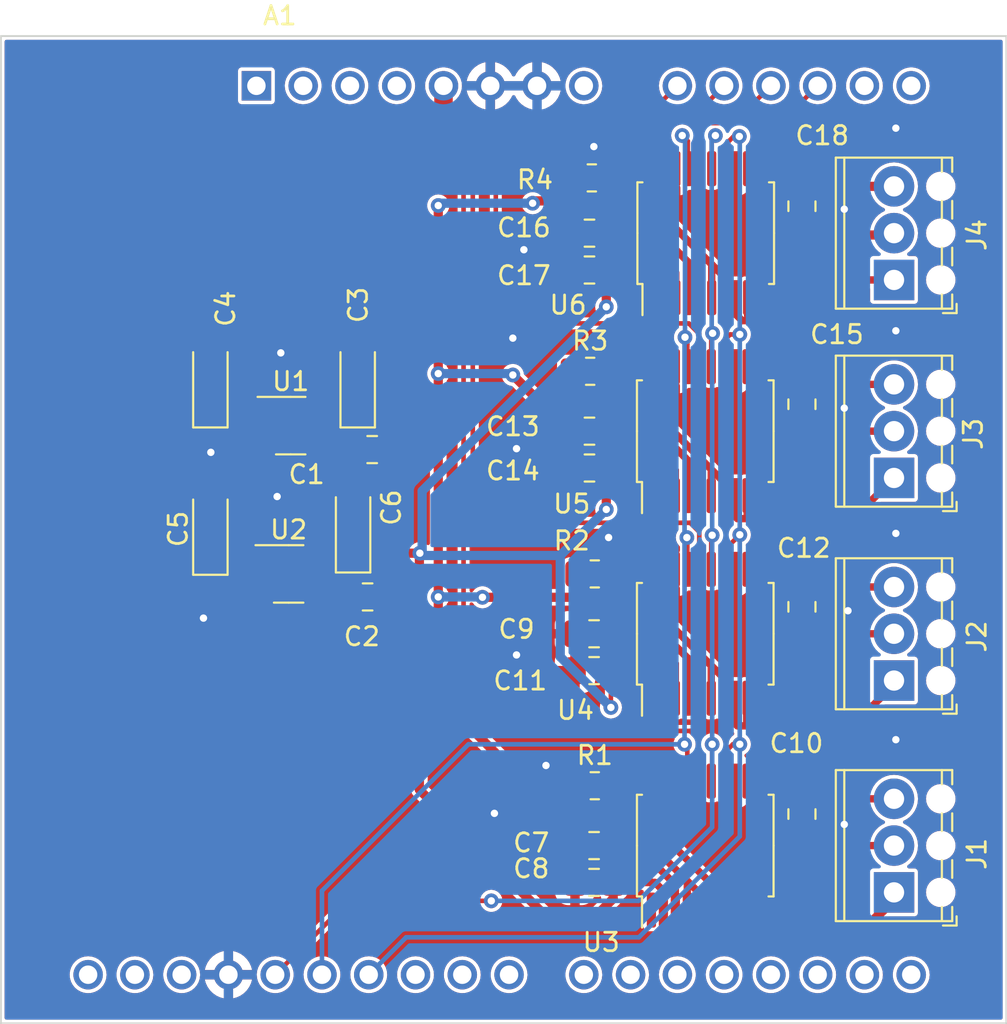
<source format=kicad_pcb>
(kicad_pcb (version 20211014) (generator pcbnew)
  (layers (0 "F.Cu" mixed) (31 "B.Cu" mixed) (34 "B.Paste" user) (35 "F.Paste" user) (36 "B.SilkS" user "B.Silkscreen") (37 "F.SilkS" user "F.Silkscreen") (38 "B.Mask" user) (39 "F.Mask" user) (44 "Edge.Cuts" user))
  (net 0 "")
  (net 5 "+5V")
  (net 6 "GND")
  (net 8 "/CS_MAX1")
  (net 9 "/CS_MAX2")
  (net 10 "/CS_MAX3")
  (net 11 "/CS_MAX4")
  (net 25 "/SPI2_MOSI")
  (net 26 "/SPI2_MISO")
  (net 27 "/SPI2_SCK")
  (net 31 "Net-(C1-Pad1)")
  (net 32 "Net-(C2-Pad1)")
  (net 33 "+3.3VA")
  (net 34 "+3.3V")
  (net 35 "Net-(C10-Pad1)")
  (net 36 "Net-(C18-Pad2)")
  (net 37 "Net-(J4-Pad1)")
  (net 38 "Net-(R1-Pad2)")
  (net 39 "Net-(R3-Pad2)")
  (net 40 "/MAX31865_1/DRDY")
  (net 42 "/MAX31865_2/DRDY")
  (net 44 "/MAX31865_3/DRDY")
  (net 46 "/MAX31865_4/DRDY")
  (net 48 "Net-(U3-Pad10)")
  (net 49 "Net-(C12-Pad1)")
  (net 50 "Net-(C12-Pad2)")
  (net 51 "Net-(C15-Pad1)")
  (net 52 "Net-(C15-Pad2)")
  (net 53 "Net-(C18-Pad1)")
  (net 54 "Net-(U3-Pad8)")
  (net 55 "Net-(J2-Pad1)")
  (net 56 "Net-(J3-Pad1)")
  (net 57 "Net-(U3-Pad4)")
  (net 58 "Net-(R2-Pad1)")
  (net 59 "Net-(R2-Pad2)")
  (net 60 "Net-(R3-Pad1)")
  (net 61 "Net-(R4-Pad1)")
  (net 62 "Net-(R4-Pad2)")
  (footprint "Capacitor_SMD:C_0805_2012Metric_Pad1.18x1.45mm_HandSolder" (layer "F.Cu") (at 131.9625 50.5 180)
    (fp_text reference "C17")
    (fp_text value "100nF" hide)
  )
  (footprint "Capacitor_Tantalum_SMD:CP_EIA-3216-18_Kemet-A_Pad1.58x1.35mm_HandSolder" (layer "F.Cu") (at 111.375 58.5625 90)
    (fp_text reference "C4")
    (fp_text value "1µf ")
  )
  (footprint "Resistor_SMD:R_0805_2012Metric_Pad1.20x1.40mm_HandSolder" (layer "F.Cu") (at 132 58)
    (fp_text reference "R3")
    (fp_text value "400 0.1%")
  )
  (footprint "TerminalBlock_Phoenix:TerminalBlock_Phoenix_MPT-0,5-3-2.54_1x03_P2.54mm_Horizontal" (layer "F.Cu") (at 148.5 74.79 90)
    (fp_text reference "J2")
    (fp_text value "Screw_Terminal_01x03" hide)
  )
  (footprint "Capacitor_SMD:C_0805_2012Metric_Pad1.18x1.45mm_HandSolder" (layer "F.Cu") (at 132.2125 72.25 180)
    (fp_text reference "C11")
    (fp_text value "100nF")
  )
  (footprint "Package_SO:SSOP-20_5.3x7.2mm_P0.65mm" (layer "F.Cu") (at 138.25 83.75 90)
    (fp_text reference "U3")
    (fp_text value "MAX31865xAP" hide)
  )
  (footprint "Package_SO:SSOP-20_5.3x7.2mm_P0.65mm" (layer "F.Cu") (at 138.275 50.5 90)
    (fp_text reference "U6")
    (fp_text value "MAX31865xAP" hide)
  )
  (footprint "Package_SO:SSOP-20_5.3x7.2mm_P0.65mm" (layer "F.Cu") (at 138.25 61.25 90)
    (fp_text reference "U5")
    (fp_text value "MAX31865xAP" hide)
  )
  (footprint "TerminalBlock_Phoenix:TerminalBlock_Phoenix_MPT-0,5-3-2.54_1x03_P2.54mm_Horizontal" (layer "F.Cu") (at 148.5 53.04 90)
    (fp_text reference "J4")
    (fp_text value "Screw_Terminal_01x03" hide)
  )
  (footprint "Capacitor_SMD:C_0805_2012Metric_Pad1.18x1.45mm_HandSolder" (layer "F.Cu") (at 131.9625 52.5)
    (fp_text reference "C16")
    (fp_text value "100nF" hide)
  )
  (footprint "Capacitor_Tantalum_SMD:CP_EIA-3216-18_Kemet-A_Pad1.58x1.35mm_HandSolder" (layer "F.Cu") (at 119.375 58.5625 90)
    (fp_text reference "C3")
    (fp_text value "10µf ")
  )
  (footprint "Resistor_SMD:R_0805_2012Metric_Pad1.20x1.40mm_HandSolder" (layer "F.Cu") (at 132.25 80.5)
    (fp_text reference "R1")
    (fp_text value "400 0.1%")
  )
  (footprint "Capacitor_SMD:C_0805_2012Metric_Pad1.18x1.45mm_HandSolder" (layer "F.Cu") (at 119.9125 70.25)
    (fp_text reference "C2")
    (fp_text value "470 pf")
  )
  (footprint "Package_TO_SOT_SMD:SOT-23-5" (layer "F.Cu") (at 115.7375 60.95)
    (fp_text reference "U1")
    (fp_text value "MIC5219-3.3YM5" hide)
  )
  (footprint "Capacitor_SMD:C_0805_2012Metric_Pad1.18x1.45mm_HandSolder" (layer "F.Cu") (at 132.2125 74.25)
    (fp_text reference "C9")
    (fp_text value "100nF")
  )
  (footprint "Capacitor_SMD:C_0805_2012Metric_Pad1.18x1.45mm_HandSolder" (layer "F.Cu") (at 143.5 49.0375 -90)
    (fp_text reference "C18")
    (fp_text value "100nF" hide)
  )
  (footprint "Capacitor_SMD:C_0805_2012Metric_Pad1.18x1.45mm_HandSolder" (layer "F.Cu") (at 143.5 82.0375 -90)
    (fp_text reference "C10")
    (fp_text value "100nF")
  )
  (footprint "Capacitor_Tantalum_SMD:CP_EIA-3216-18_Kemet-A_Pad1.58x1.35mm_HandSolder" (layer "F.Cu") (at 111.375 66.5625 90)
    (fp_text reference "C5")
    (fp_text value "1µf ")
  )
  (footprint "Package_TO_SOT_SMD:SOT-23-5" (layer "F.Cu") (at 115.625 69)
    (fp_text reference "U2")
    (fp_text value "MIC5219-3.3YM5" hide)
  )
  (footprint "Capacitor_SMD:C_0805_2012Metric_Pad1.18x1.45mm_HandSolder" (layer "F.Cu") (at 131.9625 63.25)
    (fp_text reference "C13")
    (fp_text value "100nF")
  )
  (footprint "Capacitor_SMD:C_0805_2012Metric_Pad1.18x1.45mm_HandSolder" (layer "F.Cu") (at 143.5 59.7875 -90)
    (fp_text reference "C15")
    (fp_text value "100nF" hide)
  )
  (footprint "Capacitor_SMD:C_0805_2012Metric_Pad1.18x1.45mm_HandSolder" (layer "F.Cu") (at 120.1625 62.25)
    (fp_text reference "C1")
    (fp_text value "470 pf" hide)
  )
  (footprint "Capacitor_SMD:C_0805_2012Metric_Pad1.18x1.45mm_HandSolder" (layer "F.Cu") (at 131.9625 61.25 180)
    (fp_text reference "C14")
    (fp_text value "100nF")
  )
  (footprint "Module:Arduino_UNO_R3" (layer "F.Cu") (at 113.875 42.5)
    (fp_text reference "A1")
    (fp_text value "Arduino_UNO_R3" hide)
  )
  (footprint "Capacitor_Tantalum_SMD:CP_EIA-3216-18_Kemet-A_Pad1.58x1.35mm_HandSolder" (layer "F.Cu") (at 119.125 66.4375 90)
    (fp_text reference "C6")
    (fp_text value "10µf ")
  )
  (footprint "Package_SO:SSOP-20_5.3x7.2mm_P0.65mm" (layer "F.Cu") (at 138.25 72.25 90)
    (fp_text reference "U4")
    (fp_text value "MAX31865xAP" hide)
  )
  (footprint "TerminalBlock_Phoenix:TerminalBlock_Phoenix_MPT-0,5-3-2.54_1x03_P2.54mm_Horizontal" (layer "F.Cu") (at 148.5 63.79 90)
    (fp_text reference "J3")
    (fp_text value "Screw_Terminal_01x03" hide)
  )
  (footprint "Capacitor_SMD:C_0805_2012Metric_Pad1.18x1.45mm_HandSolder" (layer "F.Cu") (at 132.2125 83.75 180)
    (fp_text reference "C8")
    (fp_text value "100nF")
  )
  (footprint "Resistor_SMD:R_0805_2012Metric_Pad1.20x1.40mm_HandSolder" (layer "F.Cu") (at 132.25 69)
    (fp_text reference "R2")
    (fp_text value "400 0.1%")
  )
  (footprint "Capacitor_SMD:C_0805_2012Metric_Pad1.18x1.45mm_HandSolder" (layer "F.Cu") (at 132.2125 85.75)
    (fp_text reference "C7")
    (fp_text value "100nF")
  )
  (footprint "Resistor_SMD:R_0805_2012Metric_Pad1.20x1.40mm_HandSolder" (layer "F.Cu") (at 132.09 47.5)
    (fp_text reference "R4")
    (fp_text value "400 0.1%")
  )
  (footprint "TerminalBlock_Phoenix:TerminalBlock_Phoenix_MPT-0,5-3-2.54_1x03_P2.54mm_Horizontal" (layer "F.Cu") (at 148.5 86.29 90)
    (fp_text reference "J1")
    (fp_text value "Screw_Terminal_01x03" hide)
  )
  (footprint "Capacitor_SMD:C_0805_2012Metric_Pad1.18x1.45mm_HandSolder" (layer "F.Cu") (at 143.5 70.7875 -90)
    (fp_text reference "C12")
    (fp_text value "100nF")
  )
  (gr_rect (start 100 93.4) (end 154.6 39.8) (layer "Edge.Cuts") (width 0.1) (fill none))
  (segment (start 114.6 61.9) (end 115.225 61.9) (width 0.25) (layer "F.Cu") (net 5))
  (segment (start 108.3 55.19) (end 108.3 59.99) (width 1) (layer "F.Cu") (net 5))
  (segment (start 115.175 69.95) (end 114.4875 69.95) (width 0.25) (layer "F.Cu") (net 5))
  (segment (start 115.119239 69.95) (end 115.65 69.419239) (width 0.5) (layer "F.Cu") (net 5))
  (segment (start 115.119239 68.05) (end 114.4875 68.05) (width 0.5) (layer "F.Cu") (net 5))
  (segment (start 108.3 59.99) (end 108.31 60) (width 1) (layer "F.Cu") (net 5))
  (segment (start 115.65 69.419239) (end 115.65 68.580761) (width 0.5) (layer "F.Cu") (net 5))
  (segment (start 124.035 44.59) (end 123.8725 44.7525) (width 0.25) (layer "F.Cu") (net 5))
  (segment (start 115.231739 61.9) (end 115.7625 61.369239) (width 0.5) (layer "F.Cu") (net 5))
  (segment (start 115.225 61.9) (end 115.625 61.5) (width 0.25) (layer "F.Cu") (net 5))
  (segment (start 115.65 68.580761) (end 115.119239 68.05) (width 0.5) (layer "F.Cu") (net 5))
  (segment (start 114.4875 68.05) (end 115.175 68.05) (width 0.25) (layer "F.Cu") (net 5))
  (segment (start 115.625 69.5) (end 115.175 69.95) (width 0.25) (layer "F.Cu") (net 5))
  (segment (start 115.625 60.5) (end 115.125 60) (width 0.25) (layer "F.Cu") (net 5))
  (segment (start 108.4 68) (end 111.375 68) (width 1) (layer "F.Cu") (net 5))
  (segment (start 113.24 50.25) (end 108.3 55.19) (width 1) (layer "F.Cu") (net 5))
  (segment (start 114.6 61.9) (end 115.231739 61.9) (width 0.5) (layer "F.Cu") (net 5))
  (segment (start 123.8725 44.7525) (end 118.375 50.25) (width 1) (layer "F.Cu") (net 5))
  (segment (start 108.3 67.9) (end 108.4 68) (width 1) (layer "F.Cu") (net 5))
  (segment (start 115.7625 60.5125) (end 115.25 60) (width 0.5) (layer "F.Cu") (net 5))
  (segment (start 115.25 60) (end 114.6 60) (width 0.5) (layer "F.Cu") (net 5))
  (segment (start 118.375 50.25) (end 113.24 50.25) (width 1) (layer "F.Cu") (net 5))
  (segment (start 115.625 68.5) (end 115.625 69.5) (width 0.25) (layer "F.Cu") (net 5))
  (segment (start 115.625 61.5) (end 115.625 60.5) (width 0.25) (layer "F.Cu") (net 5))
  (segment (start 115.7625 61.369239) (end 115.7625 60.5125) (width 0.5) (layer "F.Cu") (net 5))
  (segment (start 108.31 60) (end 111.375 60) (width 1) (layer "F.Cu") (net 5))
  (segment (start 111.375 60) (end 114.6 60) (width 0.25) (layer "F.Cu") (net 5))
  (segment (start 108.3 59.99) (end 108.3 67.9) (width 1) (layer "F.Cu") (net 5))
  (segment (start 114.4875 69.95) (end 115.119239 69.95) (width 0.5) (layer "F.Cu") (net 5))
  (segment (start 111.375 68) (end 114.4375 68) (width 0.5) (layer "F.Cu") (net 5))
  (segment (start 124.035 42.5) (end 124.035 44.59) (width 1) (layer "F.Cu") (net 5))
  (segment (start 115.175 68.05) (end 115.625 68.5) (width 0.25) (layer "F.Cu") (net 5))
  (via (at 115 64.8) (size 0.8) (drill 0.4) (layers "F.Cu" "B.Cu") (net 6))
  (via (at 128.4 51.4) (size 0.8) (drill 0.4) (layers "F.Cu" "B.Cu") (net 6))
  (via (at 128 62.2) (size 0.8) (drill 0.4) (layers "F.Cu" "B.Cu") (net 6))
  (via (at 132.2 45.8) (size 0.8) (drill 0.4) (layers "F.Cu" "B.Cu") (net 6))
  (via (at 115.2 57) (size 0.8) (drill 0.4) (layers "F.Cu" "B.Cu") (net 6))
  (via (at 145.8 49.2) (size 0.8) (drill 0.4) (layers "F.Cu" "B.Cu") (net 6))
  (via (at 126.8 82) (size 0.8) (drill 0.4) (layers "F.Cu" "B.Cu") (net 6))
  (via (at 148.6 66.8) (size 0.8) (drill 0.4) (layers "F.Cu" "B.Cu") (net 6))
  (via (at 129.6 79.4) (size 0.8) (drill 0.4) (layers "F.Cu" "B.Cu") (net 6))
  (via (at 133 67.0245) (size 0.8) (drill 0.4) (layers "F.Cu" "B.Cu") (net 6))
  (via (at 111.4 62.4) (size 0.8) (drill 0.4) (layers "F.Cu" "B.Cu") (net 6))
  (via (at 146 71) (size 0.8) (drill 0.4) (layers "F.Cu" "B.Cu") (net 6))
  (via (at 145.8 60) (size 0.8) (drill 0.4) (layers "F.Cu" "B.Cu") (net 6))
  (via (at 148.6 78) (size 0.8) (drill 0.4) (layers "F.Cu" "B.Cu") (net 6))
  (via (at 127.8 56.2) (size 0.8) (drill 0.4) (layers "F.Cu" "B.Cu") (net 6))
  (via (at 128 73.4) (size 0.8) (drill 0.4) (layers "F.Cu" "B.Cu") (net 6))
  (via (at 145.8 82.6) (size 0.8) (drill 0.4) (layers "F.Cu" "B.Cu") (net 6))
  (via (at 111 71.4) (size 0.8) (drill 0.4) (layers "F.Cu" "B.Cu") (net 6))
  (via (at 148.6 44.8) (size 0.8) (drill 0.4) (layers "F.Cu" "B.Cu") (net 6))
  (via (at 148.6 55.8) (size 0.8) (drill 0.4) (layers "F.Cu" "B.Cu") (net 6))
  (segment (start 135.035 44.2) (end 129.03931 44.2) (width 0.25) (layer "F.Cu") (net 8))
  (segment (start 125.125 48.11431) (end 125.125 74.25) (width 0.25) (layer "F.Cu") (net 8))
  (segment (start 125.125 74.25) (end 128.4005 77.5255) (width 0.25) (layer "F.Cu") (net 8))
  (segment (start 136.735 42.5) (end 135.035 44.2) (width 0.25) (layer "F.Cu") (net 8))
  (segment (start 137.8495 77.949902) (end 137.8495 80.1745) (width 0.25) (layer "F.Cu") (net 8))
  (segment (start 137.425098 77.5255) (end 137.8495 77.949902) (width 0.25) (layer "F.Cu") (net 8))
  (segment (start 128.4005 77.5255) (end 137.425098 77.5255) (width 0.25) (layer "F.Cu") (net 8))
  (segment (start 129.03931 44.2) (end 125.125 48.11431) (width 0.25) (layer "F.Cu") (net 8))
  (segment (start 137.925 68.75) (end 137.925 66.720405) (width 0.25) (layer "F.Cu") (net 9))
  (segment (start 129.275 44.6) (end 135.271396 44.6) (width 0.25) (layer "F.Cu") (net 9))
  (segment (start 138.15 43.625) (end 139.275 42.5) (width 0.25) (layer "F.Cu") (net 9))
  (segment (start 125.625 48.25) (end 129.275 44.6) (width 0.25) (layer "F.Cu") (net 9))
  (segment (start 136.246396 43.625) (end 138.15 43.625) (width 0.25) (layer "F.Cu") (net 9))
  (segment (start 137.429595 66.225) (end 126.85 66.225) (width 0.25) (layer "F.Cu") (net 9))
  (segment (start 135.271396 44.6) (end 136.246396 43.625) (width 0.25) (layer "F.Cu") (net 9))
  (segment (start 126.85 66.225) (end 125.625 65) (width 0.25) (layer "F.Cu") (net 9))
  (segment (start 125.625 65) (end 125.625 48.25) (width 0.25) (layer "F.Cu") (net 9))
  (segment (start 137.925 66.720405) (end 137.429595 66.225) (width 0.25) (layer "F.Cu") (net 9))
  (segment (start 128.775 55.4) (end 126.875 53.5) (width 0.25) (layer "F.Cu") (net 10))
  (segment (start 137.925 55.970405) (end 137.354595 55.4) (width 0.25) (layer "F.Cu") (net 10))
  (segment (start 137.354595 55.4) (end 128.775 55.4) (width 0.25) (layer "F.Cu") (net 10))
  (segment (start 126.875 53.5) (end 126.875 47.75) (width 0.25) (layer "F.Cu") (net 10))
  (segment (start 140.24 44.075) (end 141.815 42.5) (width 0.25) (layer "F.Cu") (net 10))
  (segment (start 137.925 57.75) (end 137.925 55.970405) (width 0.25) (layer "F.Cu") (net 10))
  (segment (start 136.432792 44.075) (end 140.24 44.075) (width 0.25) (layer "F.Cu") (net 10))
  (segment (start 129.625 45) (end 135.507792 45) (width 0.25) (layer "F.Cu") (net 10))
  (segment (start 135.507792 45) (end 136.432792 44.075) (width 0.25) (layer "F.Cu") (net 10))
  (segment (start 126.875 47.75) (end 129.625 45) (width 0.25) (layer "F.Cu") (net 10))
  (segment (start 137.95 44.8) (end 137.95 47) (width 0.25) (layer "F.Cu") (net 11))
  (segment (start 142.33 44.525) (end 138.225 44.525) (width 0.25) (layer "F.Cu") (net 11))
  (segment (start 144.355 42.5) (end 142.33 44.525) (width 0.25) (layer "F.Cu") (net 11))
  (segment (start 138.225 44.525) (end 137.95 44.8) (width 0.25) (layer "F.Cu") (net 11))
  (segment (start 140.125 66.875) (end 139.225 67.775) (width 0.25) (layer "F.Cu") (net 25))
  (segment (start 139.25 45.788604) (end 139.25 47) (width 0.25) (layer "F.Cu") (net 25))
  (segment (start 139.225 80.25) (end 139.225 78.775) (width 0.25) (layer "F.Cu") (net 25))
  (segment (start 139.788604 45.25) (end 139.25 45.788604) (width 0.25) (layer "F.Cu") (net 25))
  (segment (start 139.225 78.775) (end 139.75 78.25) (width 0.25) (layer "F.Cu") (net 25))
  (segment (start 140.1 45.25) (end 139.788604 45.25) (width 0.25) (layer "F.Cu") (net 25))
  (segment (start 139.225 56.374805) (end 139.225 57.75) (width 0.25) (layer "F.Cu") (net 25))
  (segment (start 139.225 67.775) (end 139.225 68.75) (width 0.25) (layer "F.Cu") (net 25))
  (segment (start 139.599805 56) (end 139.225 56.374805) (width 0.25) (layer "F.Cu") (net 25))
  (segment (start 139.75 78.25) (end 140.125 78.25) (width 0.25) (layer "F.Cu") (net 25))
  (segment (start 140.125 56) (end 139.599805 56) (width 0.25) (layer "F.Cu") (net 25))
  (via (at 140.125 66.875) (size 0.8) (drill 0.4) (layers "F.Cu" "B.Cu") (net 25))
  (via (at 140.125 56) (size 0.8) (drill 0.4) (layers "F.Cu" "B.Cu") (net 25))
  (via (at 140.1 45.25) (size 0.8) (drill 0.4) (layers "F.Cu" "B.Cu") (net 25))
  (via (at 140.125 78.25) (size 0.8) (drill 0.4) (layers "F.Cu" "B.Cu") (net 25))
  (segment (start 140.125 83.25) (end 140.125 78.25) (width 0.25) (layer "B.Cu") (net 25))
  (segment (start 122.005 88.73) (end 134.645 88.73) (width 0.25) (layer "B.Cu") (net 25))
  (segment (start 140.1 45.25) (end 140.125 45.275) (width 0.25) (layer "B.Cu") (net 25))
  (segment (start 119.975 90.76) (end 122.005 88.73) (width 0.25) (layer "B.Cu") (net 25))
  (segment (start 140.125 56) (end 140.125 66.875) (width 0.25) (layer "B.Cu") (net 25))
  (segment (start 140.125 66.875) (end 140.125 78.25) (width 0.25) (layer "B.Cu") (net 25))
  (segment (start 140.125 45.275) (end 140.125 56) (width 0.25) (layer "B.Cu") (net 25))
  (segment (start 134.645 88.73) (end 140.125 83.25) (width 0.25) (layer "B.Cu") (net 25))
  (segment (start 137.3 45.5) (end 137.3 47) (width 0.25) (layer "F.Cu") (net 26))
  (segment (start 137.275 78.4) (end 137.125 78.25) (width 0.25) (layer "F.Cu") (net 26))
  (segment (start 137.275 67.0495) (end 137.275 68.75) (width 0.25) (layer "F.Cu") (net 26))
  (segment (start 137.275 80.25) (end 137.275 78.4) (width 0.25) (layer "F.Cu") (net 26))
  (segment (start 137.275 56.525) (end 137.275 57.75) (width 0.25) (layer "F.Cu") (net 26))
  (segment (start 137.15 56.15) (end 137.15 56.4) (width 0.25) (layer "F.Cu") (net 26))
  (segment (start 137.15 56.4) (end 137.275 56.525) (width 0.25) (layer "F.Cu") (net 26))
  (segment (start 137.2505 67.025) (end 137.275 67.0495) (width 0.25) (layer "F.Cu") (net 26))
  (segment (start 137 45.2) (end 137.3 45.5) (width 0.25) (layer "F.Cu") (net 26))
  (via (at 137.15 56.15) (size 0.8) (drill 0.4) (layers "F.Cu" "B.Cu") (net 26))
  (via (at 137.125 78.25) (size 0.8) (drill 0.4) (layers "F.Cu" "B.Cu") (net 26))
  (via (at 137.2505 67.025) (size 0.8) (drill 0.4) (layers "F.Cu" "B.Cu") (net 26))
  (via (at 137 45.2) (size 0.8) (drill 0.4) (layers "F.Cu" "B.Cu") (net 26))
  (segment (start 137 45.2) (end 137.15 45.35) (width 0.25) (layer "B.Cu") (net 26))
  (segment (start 137.15 45.35) (end 137.15 56.15) (width 0.25) (layer "B.Cu") (net 26))
  (segment (start 117.435 86.205) (end 117.435 90.76) (width 0.25) (layer "B.Cu") (net 26))
  (segment (start 137.125 66.8995) (end 137.2505 67.025) (width 0.25) (layer "B.Cu") (net 26))
  (segment (start 137.2505 67.025) (end 137.125 67.1505) (width 0.25) (layer "B.Cu") (net 26))
  (segment (start 137.125 78.25) (end 125.39 78.25) (width 0.25) (layer "B.Cu") (net 26))
  (segment (start 137.15 56.15) (end 137.125 56.175) (width 0.25) (layer "B.Cu") (net 26))
  (segment (start 137.125 56.175) (end 137.125 66.8995) (width 0.25) (layer "B.Cu") (net 26))
  (segment (start 125.39 78.25) (end 117.435 86.205) (width 0.25) (layer "B.Cu") (net 26))
  (segment (start 137.125 67.1505) (end 137.125 78.25) (width 0.25) (layer "B.Cu") (net 26))
  (segment (start 126.63 86.75) (end 118.905 86.75) (width 0.25) (layer "F.Cu") (net 27))
  (segment (start 138.625 66.9) (end 138.575 66.95) (width 0.25) (layer "F.Cu") (net 27))
  (segment (start 138.648446 55.936071) (end 138.575 56.009517) (width 0.25) (layer "F.Cu") (net 27))
  (segment (start 118.905 86.75) (end 114.895 90.76) (width 0.25) (layer "F.Cu") (net 27))
  (segment (start 138.575 56.009517) (end 138.575 57.75) (width 0.25) (layer "F.Cu") (net 27))
  (segment (start 138.6 45.4) (end 138.6 47) (width 0.25) (layer "F.Cu") (net 27))
  (segment (start 138.8 45.2) (end 138.6 45.4) (width 0.25) (layer "F.Cu") (net 27))
  (segment (start 138.575 66.95) (end 138.575 68.75) (width 0.25) (layer "F.Cu") (net 27))
  (segment (start 138.625 80.2) (end 138.625 78.25) (width 0.25) (layer "F.Cu") (net 27))
  (via (at 126.63 86.75) (size 0.8) (drill 0.4) (layers "F.Cu" "B.Cu") (net 27))
  (via (at 138.648446 55.936071) (size 0.8) (drill 0.4) (layers "F.Cu" "B.Cu") (net 27))
  (via (at 138.625 78.25) (size 0.8) (drill 0.4) (layers "F.Cu" "B.Cu") (net 27))
  (via (at 138.625 66.9) (size 0.8) (drill 0.4) (layers "F.Cu" "B.Cu") (net 27))
  (via (at 138.8 45.2) (size 0.8) (drill 0.4) (layers "F.Cu" "B.Cu") (net 27))
  (segment (start 126.63 86.75) (end 134.625 86.75) (width 0.25) (layer "B.Cu") (net 27))
  (segment (start 138.625 55.959517) (end 138.648446 55.936071) (width 0.25) (layer "B.Cu") (net 27))
  (segment (start 138.8 45.2) (end 138.6 45.4) (width 0.25) (layer "B.Cu") (net 27))
  (segment (start 138.625 66.9) (end 138.625 55.959517) (width 0.25) (layer "B.Cu") (net 27))
  (segment (start 138.625 66.9) (end 138.625 78.25) (width 0.25) (layer "B.Cu") (net 27))
  (segment (start 138.625 82.75) (end 138.625 78.25) (width 0.25) (layer "B.Cu") (net 27))
  (segment (start 134.625 86.75) (end 138.625 82.75) (width 0.25) (layer "B.Cu") (net 27))
  (segment (start 138.6 55.887625) (end 138.648446 55.936071) (width 0.25) (layer "B.Cu") (net 27))
  (segment (start 138.6 45.4) (end 138.6 55.887625) (width 0.25) (layer "B.Cu") (net 27))
  (segment (start 117.225 62.25) (end 116.875 61.9) (width 0.5) (layer "F.Cu") (net 31))
  (segment (start 119.125 62.25) (end 117.225 62.25) (width 0.5) (layer "F.Cu") (net 31))
  (segment (start 117.0625 70.25) (end 116.7625 69.95) (width 0.5) (layer "F.Cu") (net 32))
  (segment (start 118.875 70.25) (end 117.0625 70.25) (width 0.5) (layer "F.Cu") (net 32))
  (segment (start 129.625 60.025) (end 131.775 60.025) (width 0.5) (layer "F.Cu") (net 33))
  (segment (start 126.15 70.27) (end 131.27 70.27) (width 0.5) (layer "F.Cu") (net 33))
  (segment (start 135 72.25) (end 133.25 72.25) (width 0.4) (layer "F.Cu") (net 33))
  (segment (start 136.625 73.875) (end 136.625 75.75) (width 0.4) (layer "F.Cu") (net 33))
  (segment (start 131.25 48.75) (end 133 50.5) (width 0.5) (layer "F.Cu") (net 33))
  (segment (start 123.75 75.613173) (end 130.661827 82.525) (width 0.5) (layer "F.Cu") (net 33))
  (segment (start 136.625 63.375) (end 136.625 64.75) (width 0.4) (layer "F.Cu") (net 33))
  (segment (start 131.775 60.025) (end 133 61.25) (width 0.5) (layer "F.Cu") (net 33))
  (segment (start 123.625 60) (end 119.375 60) (width 0.5) (layer "F.Cu") (net 33))
  (segment (start 123.75 60.125) (end 123.625 60) (width 0.5) (layer "F.Cu") (net 33))
  (segment (start 136.65 52.65) (end 136.65 54) (width 0.4) (layer "F.Cu") (net 33))
  (segment (start 133.25 83.75) (end 134.5 83.75) (width 0.4) (layer "F.Cu") (net 33))
  (segment (start 127.8 58.2) (end 129.625 60.025) (width 0.5) (layer "F.Cu") (net 33))
  (segment (start 135 72.25) (end 136.625 73.875) (width 0.4) (layer "F.Cu") (net 33))
  (segment (start 133 50.5) (end 134.5 50.5) (width 0.4) (layer "F.Cu") (net 33))
  (segment (start 128.875 48.875) (end 129 48.75) (width 0.5) (layer "F.Cu") (net 33))
  (segment (start 123.75 60.125) (end 123.75 58.125) (width 0.5) (layer "F.Cu") (net 33))
  (segment (start 123.75 70.25) (end 123.75 60.125) (width 0.5) (layer "F.Cu") (net 33))
  (segment (start 132.025 82.525) (end 133.25 83.75) (width 0.5) (layer "F.Cu") (net 33))
  (segment (start 134.5 83.75) (end 136.625 85.875) (width 0.4) (layer "F.Cu") (net 33))
  (segment (start 134.5 50.5) (end 136.625 52.625) (width 0.4) (layer "F.Cu") (net 33))
  (segment (start 123.75 70.25) (end 123.75 75.613173) (width 0.5) (layer "F.Cu") (net 33))
  (segment (start 133 61.25) (end 134.5 61.25) (width 0.4) (layer "F.Cu") (net 33))
  (segment (start 136.625 85.875) (end 136.625 87.25) (width 0.4) (layer "F.Cu") (net 33))
  (segment (start 130.661827 82.525) (end 132.025 82.525) (width 0.5) (layer "F.Cu") (net 33))
  (segment (start 134.5 61.25) (end 136.625 63.375) (width 0.4) (layer "F.Cu") (net 33))
  (segment (start 129 48.75) (end 131.25 48.75) (width 0.5) (layer "F.Cu") (net 33))
  (segment (start 131.27 70.27) (end 133.25 72.25) (width 0.5) (layer "F.Cu") (net 33))
  (segment (start 119.375 60) (end 116.875 60) (width 0.5) (layer "F.Cu") (net 33))
  (segment (start 136.625 52.625) (end 136.65 52.65) (width 0.25) (layer "F.Cu") (net 33))
  (segment (start 123.75 58.125) (end 123.75 49) (width 0.5) (layer "F.Cu") (net 33))
  (via (at 123.75 58.125) (size 0.8) (drill 0.4) (layers "F.Cu" "B.Cu") (net 33))
  (via (at 127.8 58.2) (size 0.8) (drill 0.4) (layers "F.Cu" "B.Cu") (net 33))
  (via (at 123.75 49) (size 0.8) (drill 0.4) (layers "F.Cu" "B.Cu") (net 33))
  (via (at 128.875 48.875) (size 0.8) (drill 0.4) (layers "F.Cu" "B.Cu") (net 33))
  (via (at 123.75 70.25) (size 0.8) (drill 0.4) (layers "F.Cu" "B.Cu") (net 33))
  (via (at 126.15 70.27) (size 0.8) (drill 0.4) (layers "F.Cu" "B.Cu") (net 33))
  (segment (start 126.13 70.25) (end 126.15 70.27) (width 0.5) (layer "B.Cu") (net 33))
  (segment (start 127.725 58.125) (end 123.75 58.125) (width 0.5) (layer "B.Cu") (net 33))
  (segment (start 123.875 48.875) (end 123.75 49) (width 0.5) (layer "B.Cu") (net 33))
  (segment (start 123.75 70.25) (end 126.13 70.25) (width 0.5) (layer "B.Cu") (net 33))
  (segment (start 128.875 48.875) (end 123.875 48.875) (width 0.5) (layer "B.Cu") (net 33))
  (segment (start 127.8 58.2) (end 127.725 58.125) (width 0.5) (layer "B.Cu") (net 33))
  (segment (start 133.25 85.75) (end 135.517462 85.75) (width 0.4) (layer "F.Cu") (net 34))
  (segment (start 129.76 87.75) (end 132.13 87.75) (width 0.5) (layer "F.Cu") (net 34))
  (segment (start 135.975 74.475) (end 135.975 75.75) (width 0.4) (layer "F.Cu") (net 34))
  (segment (start 132.13 87.75) (end 133.25 86.63) (width 0.5) (layer "F.Cu") (net 34))
  (segment (start 133.125 76.25) (end 133.125 74.375) (width 0.25) (layer "F.Cu") (net 34))
  (segment (start 132.875 65.5) (end 132.875 63.375) (width 0.5) (layer "F.Cu") (net 34))
  (segment (start 135.75 74.25) (end 135.975 74.475) (width 0.4) (layer "F.Cu") (net 34))
  (segment (start 132.875 54.5) (end 132.875 52.625) (width 0.5) (layer "F.Cu") (net 34))
  (segment (start 122.725 80.715) (end 129.76 87.75) (width 0.5) (layer "F.Cu") (net 34))
  (segment (start 135.517462 85.75) (end 135.975 86.207538) (width 0.4) (layer "F.Cu") (net 34))
  (segment (start 135.975 86.207538) (end 135.975 87.25) (width 0.4) (layer "F.Cu") (net 34))
  (segment (start 135.393934 85.75) (end 135.446967 85.803033) (width 0.4) (layer "F.Cu") (net 34))
  (segment (start 136 52.957538) (end 135.542462 52.5) (width 0.4) (layer "F.Cu") (net 34))
  (segment (start 133.25 85.75) (end 135.5 85.75) (width 0.25) (layer "F.Cu") (net 34))
  (segment (start 122.75 67.875) (end 119.125 67.875) (width 0.5) (layer "F.Cu") (net 34))
  (segment (start 136 54) (end 136 52.957538) (width 0.4) (layer "F.Cu") (net 34))
  (segment (start 133.25 86.63) (end 133.25 85.75) (width 0.5) (layer "F.Cu") (net 34))
  (segment (start 133.25 74.25) (end 135.75 74.25) (width 0.4) (layer "F.Cu") (net 34))
  (segment (start 122.725 67.9) (end 122.725 80.715) (width 0.5) (layer "F.Cu") (net 34))
  (segment (start 133.25 85.75) (end 135.393934 85.75) (width 0.4) (layer "F.Cu") (net 34))
  (segment (start 135.450736 63.049264) (end 133.200736 63.049264) (width 0.4) (layer "F.Cu") (net 34))
  (segment (start 133 52.5) (end 135.294975 52.5) (width 0.25) (layer "F.Cu") (net 34))
  (segment (start 133 52.5) (end 135.542462 52.5) (width 0.4) (layer "F.Cu") (net 34))
  (segment (start 116.7625 68.05) (end 118.95 68.05) (width 0.5) (layer "F.Cu") (net 34))
  (segment (start 135.5 85.75) (end 135.975 86.225) (width 0.25) (layer "F.Cu") (net 34))
  (segment (start 135.975 64.75) (end 135.975 63.573528) (width 0.4) (layer "F.Cu") (net 34))
  (segment (start 135.975 63.573528) (end 135.450736 63.049264) (width 0.4) (layer "F.Cu") (net 34))
  (segment (start 122.75 67.875) (end 122.725 67.9) (width 0.5) (layer "F.Cu") (net 34))
  (segment (start 135.975 86.225) (end 135.975 87.25) (width 0.25) (layer "F.Cu") (net 34))
  (via (at 122.75 67.875) (size 0.8) (drill 0.4) (layers "F.Cu" "B.Cu") (net 34))
  (via (at 133.125 76.25) (size 0.8) (drill 0.4) (layers "F.Cu" "B.Cu") (net 34))
  (via (at 132.875 65.5) (size 0.8) (drill 0.4) (layers "F.Cu" "B.Cu") (net 34))
  (via (at 132.875 54.5) (size 0.8) (drill 0.4) (layers "F.Cu" "B.Cu") (net 34))
  (segment (start 122.875 64.5) (end 132.875 54.5) (width 0.5) (layer "B.Cu") (net 34))
  (segment (start 130.375 73.5) (end 133.125 76.25) (width 0.5) (layer "B.Cu") (net 34))
  (segment (start 122.875 67.75) (end 122.875 64.5) (width 0.5) (layer "B.Cu") (net 34))
  (segment (start 122.75 67.875) (end 122.875 68) (width 0.5) (layer "B.Cu") (net 34))
  (segment (start 130.375 68) (end 132.875 65.5) (width 0.5) (layer "B.Cu") (net 34))
  (segment (start 130.375 68) (end 130.375 73.5) (width 0.5) (layer "B.Cu") (net 34))
  (segment (start 122.75 67.875) (end 122.875 67.75) (width 0.5) (layer "B.Cu") (net 34))
  (segment (start 122.875 68) (end 130.375 68) (width 0.5) (layer "B.Cu") (net 34))
  (segment (start 143.71 81.21) (end 148.5 81.21) (width 0.4) (layer "F.Cu") (net 35))
  (segment (start 140.525 80.25) (end 141.175 80.25) (width 0.4) (layer "F.Cu") (net 35))
  (segment (start 141.175 80.25) (end 142.75 80.25) (width 0.4) (layer "F.Cu") (net 35))
  (segment (start 142.75 80.25) (end 143.5 81) (width 0.4) (layer "F.Cu") (net 35))
  (segment (start 141.2 51.3) (end 141.2 54) (width 0.5) (layer "F.Cu") (net 36))
  (segment (start 141.2 51.3) (end 142.425 50.075) (width 0.5) (layer "F.Cu") (net 36))
  (segment (start 142.425 50.075) (end 143.5 50.075) (width 0.5) (layer "F.Cu") (net 36))
  (segment (start 144.025 50.6) (end 148.4 50.6) (width 0.5) (layer "F.Cu") (net 36))
  (segment (start 143.5 50.075) (end 144.025 50.6) (width 0.5) (layer "F.Cu") (net 36))
  (segment (start 140.55 54.971751) (end 140.828249 55.25) (width 0.4) (layer "F.Cu") (net 37))
  (segment (start 143.25 55.75) (end 145.96 53.04) (width 0.4) (layer "F.Cu") (net 37))
  (segment (start 145.96 53.04) (end 148.5 53.04) (width 0.4) (layer "F.Cu") (net 37))
  (segment (start 141.328249 55.75) (end 143.25 55.75) (width 0.4) (layer "F.Cu") (net 37))
  (segment (start 139.9 54.9) (end 140.25 55.25) (width 0.4) (layer "F.Cu") (net 37))
  (segment (start 140.55 54) (end 140.55 54.971751) (width 0.4) (layer "F.Cu") (net 37))
  (segment (start 148.25 53.04) (end 146.085 53.04) (width 0.25) (layer "F.Cu") (net 37))
  (segment (start 140.828249 55.25) (end 141.328249 55.75) (width 0.4) (layer "F.Cu") (net 37))
  (segment (start 139.9 54) (end 139.9 54.9) (width 0.4) (layer "F.Cu") (net 37))
  (segment (start 140.25 55.25) (end 140.828249 55.25) (width 0.4) (layer "F.Cu") (net 37))
  (segment (start 138.575 87.25) (end 138.575 85.825) (width 0.4) (layer "F.Cu") (net 38))
  (segment (start 133.25 80.5) (end 138.5 85.75) (width 0.25) (layer "F.Cu") (net 38))
  (segment (start 139.225 86.475) (end 133.25 80.5) (width 0.4) (layer "F.Cu") (net 38))
  (segment (start 138.575 85.825) (end 138.5 85.75) (width 0.4) (layer "F.Cu") (net 38))
  (segment (start 138.5 85.75) (end 138.875 86.125) (width 0.25) (layer "F.Cu") (net 38))
  (segment (start 139.225 87.25) (end 139.225 86.475) (width 0.4) (layer "F.Cu") (net 38))
  (segment (start 139.225 64.75) (end 139.225 63.975) (width 0.4) (layer "F.Cu") (net 39))
  (segment (start 139.225 63.975) (end 138.575 63.325) (width 0.4) (layer "F.Cu") (net 39))
  (segment (start 138.575 64.75) (end 138.575 63.325) (width 0.4) (layer "F.Cu") (net 39))
  (segment (start 138.575 63.325) (end 133.25 58) (width 0.4) (layer "F.Cu") (net 39))
  (segment (start 143.5 83.075) (end 144.175 83.75) (width 0.4) (layer "F.Cu") (net 48))
  (segment (start 141.175 87.25) (end 141.175 85.4) (width 0.4) (layer "F.Cu") (net 48))
  (segment (start 144.175 83.75) (end 148.5 83.75) (width 0.4) (layer "F.Cu") (net 48))
  (segment (start 141.175 85.4) (end 143.5 83.075) (width 0.4) (layer "F.Cu") (net 48))
  (segment (start 140.525 68.75) (end 141.175 68.75) (width 0.4) (layer "F.Cu") (net 49))
  (segment (start 141.175 68.75) (end 142.5 68.75) (width 0.4) (layer "F.Cu") (net 49))
  (segment (start 148.5 69.71) (end 143.54 69.71) (width 0.4) (layer "F.Cu") (net 49))
  (segment (start 142.5 68.75) (end 143.5 69.75) (width 0.4) (layer "F.Cu") (net 49))
  (segment (start 141.175 74.15) (end 141.175 75.75) (width 0.4) (layer "F.Cu") (net 50))
  (segment (start 143.925 72.25) (end 148.5 72.25) (width 0.4) (layer "F.Cu") (net 50))
  (segment (start 143.5 71.825) (end 141.175 74.15) (width 0.4) (layer "F.Cu") (net 50))
  (segment (start 143.5 71.825) (end 143.925 72.25) (width 0.4) (layer "F.Cu") (net 50))
  (segment (start 148.5 58.71) (end 143.54 58.71) (width 0.4) (layer "F.Cu") (net 51))
  (segment (start 142.25 57.75) (end 141.175 57.75) (width 0.4) (layer "F.Cu") (net 51))
  (segment (start 143.25 58.75) (end 142.25 57.75) (width 0.4) (layer "F.Cu") (net 51))
  (segment (start 141.175 57.75) (end 140.525 57.75) (width 0.4) (layer "F.Cu") (net 51))
  (segment (start 143.5 60.825) (end 143.925 61.25) (width 0.4) (layer "F.Cu") (net 52))
  (segment (start 142.175 60.825) (end 143.25 60.825) (width 0.25) (layer "F.Cu") (net 52))
  (segment (start 143.5 60.825) (end 142.175 60.825) (width 0.4) (layer "F.Cu") (net 52))
  (segment (start 143.925 61.25) (end 148.5 61.25) (width 0.4) (layer "F.Cu") (net 52))
  (segment (start 142.175 60.825) (end 142 61) (width 0.5) (layer "F.Cu") (net 52))
  (segment (start 141.175 64.75) (end 141.175 61.825) (width 0.4) (layer "F.Cu") (net 52))
  (segment (start 141.175 61.825) (end 142 61) (width 0.4) (layer "F.Cu") (net 52))
  (segment (start 148.5 47.96) (end 143.54 47.96) (width 0.5) (layer "F.Cu") (net 53))
  (segment (start 141.2 47) (end 140.65 47) (width 0.5) (layer "F.Cu") (net 53))
  (segment (start 140.925 47) (end 140.55 47) (width 0.25) (layer "F.Cu") (net 53))
  (segment (start 143.5 48) (end 142.2 48) (width 0.5) (layer "F.Cu") (net 53))
  (segment (start 142.2 48) (end 141.2 47) (width 0.5) (layer "F.Cu") (net 53))
  (segment (start 141 46.925) (end 140.925 47) (width 0.25) (layer "F.Cu") (net 53))
  (segment (start 140.525 87.25) (end 140.525 88.725) (width 0.4) (layer "F.Cu") (net 54))
  (segment (start 140.525 88.725) (end 140.5 88.75) (width 0.4) (layer "F.Cu") (net 54))
  (segment (start 140 88.75) (end 139.875 88.625) (width 0.4) (layer "F.Cu") (net 54))
  (segment (start 139.875 88.625) (end 139.875 87.25) (width 0.4) (layer "F.Cu") (net 54))
  (segment (start 146.5 88.75) (end 140.5 88.75) (width 0.4) (layer "F.Cu") (net 54))
  (segment (start 148.5 86.5) (end 146.475 88.525) (width 0.25) (layer "F.Cu") (net 54))
  (segment (start 140.5 88.75) (end 140 88.75) (width 0.4) (layer "F.Cu") (net 54))
  (segment (start 148.5 86.75) (end 146.5 88.75) (width 0.4) (layer "F.Cu") (net 54))
  (segment (start 139.875 77.125) (end 139.875 75.75) (width 0.4) (layer "F.Cu") (net 55))
  (segment (start 140.5 77.25) (end 140.5 75.775) (width 0.4) (layer "F.Cu") (net 55))
  (segment (start 140.5 77.25) (end 146.25 77.25) (width 0.4) (layer "F.Cu") (net 55))
  (segment (start 140 77.25) (end 139.875 77.125) (width 0.4) (layer "F.Cu") (net 55))
  (segment (start 140.5 77.25) (end 140 77.25) (width 0.4) (layer "F.Cu") (net 55))
  (segment (start 146.25 77.25) (end 148.5 75) (width 0.4) (layer "F.Cu") (net 55))
  (segment (start 140 66) (end 140.5 66) (width 0.4) (layer "F.Cu") (net 56))
  (segment (start 139.875 64.75) (end 139.875 65.875) (width 0.4) (layer "F.Cu") (net 56))
  (segment (start 140.734314 66.184314) (end 146.105686 66.184314) (width 0.4) (layer "F.Cu") (net 56))
  (segment (start 146.105686 66.184314) (end 148.5 63.79) (width 0.4) (layer "F.Cu") (net 56))
  (segment (start 139.875 65.875) (end 140 66) (width 0.4) (layer "F.Cu") (net 56))
  (segment (start 140.525 65.975) (end 140.734314 66.184314) (width 0.4) (layer "F.Cu") (net 56))
  (segment (start 140.5 66) (end 140.525 65.975) (width 0.4) (layer "F.Cu") (net 56))
  (segment (start 140.525 65.975) (end 140.525 64.75) (width 0.4) (layer "F.Cu") (net 56))
  (segment (start 139.875 65.625) (end 139.875 64.75) (width 0.25) (layer "F.Cu") (net 56))
  (segment (start 137.925 87.25) (end 137.925 86.326472) (width 0.4) (layer "F.Cu") (net 57))
  (segment (start 137.925 86.326472) (end 137.299264 85.700736) (width 0.4) (layer "F.Cu") (net 57))
  (segment (start 137.275 87.25) (end 137.275 85.725) (width 0.4) (layer "F.Cu") (net 57))
  (segment (start 132.75 82) (end 131.25 80.5) (width 0.4) (layer "F.Cu") (net 57))
  (segment (start 137.299264 85.700736) (end 133.598528 82) (width 0.4) (layer "F.Cu") (net 57))
  (segment (start 137.275 85.725) (end 137.299264 85.700736) (width 0.4) (layer "F.Cu") (net 57))
  (segment (start 133.598528 82) (end 132.75 82) (width 0.4) (layer "F.Cu") (net 57))
  (segment (start 137.275 73.552818) (end 133.986091 70.263909) (width 0.4) (layer "F.Cu") (net 58))
  (segment (start 131.25 69) (end 132.5 70.25) (width 0.25) (layer "F.Cu") (net 58))
  (segment (start 137.275 75.75) (end 137.275 73.552818) (width 0.4) (layer "F.Cu") (net 58))
  (segment (start 137.925 74.202818) (end 137.275 73.552818) (width 0.4) (layer "F.Cu") (net 58))
  (segment (start 132.513909 70.263909) (end 131.25 69) (width 0.4) (layer "F.Cu") (net 58))
  (segment (start 137.925 75.75) (end 137.925 74.202818) (width 0.4) (layer "F.Cu") (net 58))
  (segment (start 133.986091 70.263909) (end 132.513909 70.263909) (width 0.4) (layer "F.Cu") (net 58))
  (segment (start 138.575 73.975) (end 138.5 73.9) (width 0.4) (layer "F.Cu") (net 59))
  (segment (start 138.575 75.75) (end 138.575 73.975) (width 0.4) (layer "F.Cu") (net 59))
  (segment (start 139.225 74.625) (end 138.5 73.9) (width 0.4) (layer "F.Cu") (net 59))
  (segment (start 139.225 74.625) (end 139.225 75.75) (width 0.4) (layer "F.Cu") (net 59))
  (segment (start 138.5 73.9) (end 133.6 69) (width 0.4) (layer "F.Cu") (net 59))
  (segment (start 137.336091 62.863909) (end 134.597182 60.125) (width 0.4) (layer "F.Cu") (net 60))
  (segment (start 137.925 64.75) (end 137.925 63.452818) (width 0.4) (layer "F.Cu") (net 60))
  (segment (start 133.125 60.125) (end 134.597182 60.125) (width 0.4) (layer "F.Cu") (net 60))
  (segment (start 137.925 63.452818) (end 137.336091 62.863909) (width 0.4) (layer "F.Cu") (net 60))
  (segment (start 131 58) (end 133.125 60.125) (width 0.4) (layer "F.Cu") (net 60))
  (segment (start 137.275 62.925) (end 137.336091 62.863909) (width 0.4) (layer "F.Cu") (net 60))
  (segment (start 137.275 64.75) (end 137.275 62.925) (width 0.4) (layer "F.Cu") (net 60))
  (segment (start 131.09 47.5) (end 132.565 48.975) (width 0.4) (layer "F.Cu") (net 61))
  (segment (start 137.3 52.05) (end 137.3 54) (width 0.4) (layer "F.Cu") (net 61))
  (segment (start 137.95 52.7) (end 137.3 52.05) (width 0.4) (layer "F.Cu") (net 61))
  (segment (start 132.565 48.975) (end 134.225 48.975) (width 0.4) (layer "F.Cu") (net 61))
  (segment (start 137.95 54) (end 137.95 52.7) (width 0.4) (layer "F.Cu") (net 61))
  (segment (start 134.225 48.975) (end 137.3 52.05) (width 0.4) (layer "F.Cu") (net 61))
  (segment (start 133.9 47.5) (end 133.09 47.5) (width 0.4) (layer "F.Cu") (net 62))
  (segment (start 133.9 47.5) (end 138.6 52.2) (width 0.4) (layer "F.Cu") (net 62))
  (segment (start 139.25 52.85) (end 138.6 52.2) (width 0.4) (layer "F.Cu") (net 62))
  (segment (start 138.6 54) (end 138.6 52.2) (width 0.4) (layer "F.Cu") (net 62))
  (segment (start 139.25 54) (end 139.25 52.85) (width 0.4) (layer "F.Cu") (net 62))
  (zone (net 6) (net_name "GND") (layers F&B.Cu) (connect_pads (clearance 0.2)) (min_thickness 0.2) (fill yes (thermal_gap 0.508) (thermal_bridge_width 0.508))
    (polygon (pts (xy 154.6 93.4) (xy 100.2 93.4) (xy 100.2 39.8) (xy 154.6 39.8)))
  )
)
</source>
